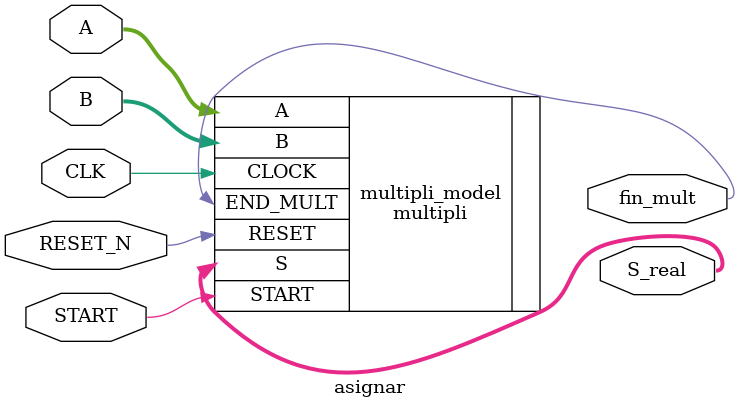
<source format=sv>
`include "../Design/multipli.sv"

module multipli_top(system_iff.DUV mport);

    asignar radicador_duv(
        .CLK(mport.CLK),
        .RESET_N(mport.RESET_N),
        .A(mport.A),
        .B(mport.B),
        .S_real(mport.S_real),
        .fin_mult(mport.fin_mult),
        .START(mport.start)
    ); 

endmodule

    module asignar(
        CLK, 
        RESET_N,
        A,
        B,
        S_real,
        fin_mult,
        START
    );


    input wire CLK, RESET_N, START;
    input wire [7:0] A;
    input wire [7:0] B;
    output wire fin_mult;
    output wire [15:0] S_real;

    multipli multipli_model(
                .CLOCK(CLK), 
                .RESET(RESET_N), 
                .END_MULT(fin_mult), 
                .A(A), 
                .B(B), 
                .S(S_real), 
                .START(START)   
    );

endmodule

</source>
